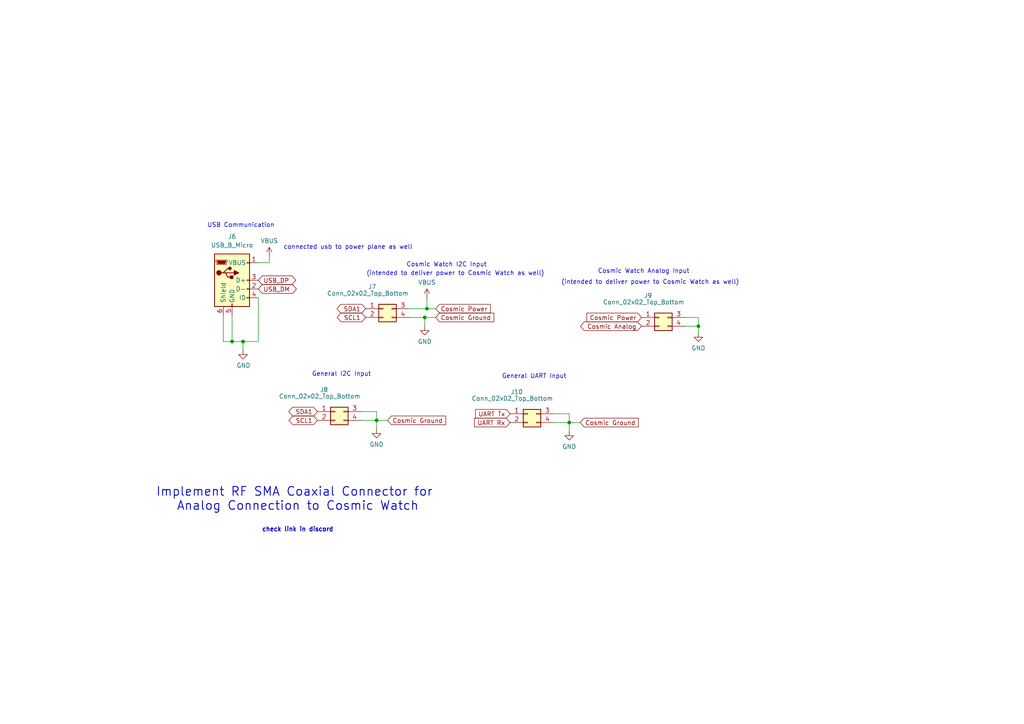
<source format=kicad_sch>
(kicad_sch (version 20250114) (generator "eeschema") (generator_version "9.0")
  (paper "A4")
  (lib_symbols
    (symbol "Connector:USB_B_Micro" (pin_names (offset 1.016))
      (property "Reference" "J2" (at 0 12.7 0))
      (property "Value" "USB_B_Micro" (at 0 10.16 0))
      (symbol "USB_B_Micro_0_1"
        (rectangle (start -5.08 -7.62) (end 5.08 7.62) (stroke (width 0.254)) (fill (type background)))
        (polyline (pts (xy -4.699 5.842) (xy -4.699 5.588) (xy -4.445 4.826) (xy -4.445 4.572) (xy -1.651 4.572) (xy -1.651 4.826) (xy -1.397 5.588) (xy -1.397 5.842) (xy -4.699 5.842)))
        (polyline (pts (xy -4.318 5.588) (xy -1.778 5.588) (xy -2.032 4.826) (xy -4.064 4.826) (xy -4.318 5.588)) (fill (type outline)))
        (circle (center -3.81 2.159) (radius 0.635) (stroke (width 0.254)) (fill (type outline)))
        (polyline (pts (xy -3.175 2.159) (xy -2.54 2.159) (xy -1.27 3.429) (xy -0.635 3.429)) (stroke (width 0.254)))
        (polyline (pts (xy -2.54 2.159) (xy -1.905 2.159) (xy -1.27 0.889) (xy 0 0.889)) (stroke (width 0.254)))
        (polyline (pts (xy -1.905 2.159) (xy 0.635 2.159)) (stroke (width 0.254)))
        (circle (center -0.635 3.429) (radius 0.381) (stroke (width 0.254)) (fill (type outline)))
        (rectangle (start -0.127 -7.62) (end 0.127 -6.858))
        (rectangle (start 0.254 1.27) (end -0.508 0.508) (stroke (width 0.254)) (fill (type outline)))
        (polyline (pts (xy 0.635 2.794) (xy 0.635 1.524) (xy 1.905 2.159) (xy 0.635 2.794)) (stroke (width 0.254)) (fill (type outline)))
        (rectangle (start 5.08 4.953) (end 4.318 5.207))
        (rectangle (start 5.08 -0.127) (end 4.318 0.127))
        (rectangle (start 5.08 -2.667) (end 4.318 -2.413))
        (rectangle (start 5.08 -5.207) (end 4.318 -4.953))
      )
      (symbol "USB_B_Micro_1_1"
        (pin passive line (at -2.54 -10.16 90) (length 2.54) (name "Shield") (number "6"))
        (pin power_out line (at 0 -10.16 90) (length 2.54) (name "GND") (number "5"))
        (pin power_out line (at 7.62 5.08 180) (length 2.54) (name "VBUS") (number "1"))
        (pin bidirectional line (at 7.62 0 180) (length 2.54) (name "D+") (number "3"))
        (pin bidirectional line (at 7.62 -2.54 180) (length 2.54) (name "D-") (number "2"))
        (pin passive line (at 7.62 -5.08 180) (length 2.54) (name "ID") (number "4"))
      )
    )
    (symbol "Connector_Generic:Conn_02x02_Top_Bottom" (pin_names (offset 1.016) (hide yes))
      (property "Reference" "J" (at 1.27 2.54 0))
      (property "Value" "Conn_02x02_Top_Bottom" (at 1.27 -5.08 0))
      (symbol "Conn_02x02_Top_Bottom_1_1"
        (rectangle (start -1.27 1.27) (end 3.81 -3.81) (stroke (width 0.254)) (fill (type background)))
        (rectangle (start -1.27 0.127) (end 0 -0.127) (stroke (width 0.1524)))
        (rectangle (start -1.27 -2.413) (end 0 -2.667) (stroke (width 0.1524)))
        (rectangle (start 3.81 0.127) (end 2.54 -0.127) (stroke (width 0.1524)))
        (rectangle (start 3.81 -2.413) (end 2.54 -2.667) (stroke (width 0.1524)))
        (pin passive line (at -5.08 0 0) (length 3.81) (name "Pin_1") (number "1"))
        (pin passive line (at -5.08 -2.54 0) (length 3.81) (name "Pin_2") (number "2"))
        (pin passive line (at 7.62 0 180) (length 3.81) (name "Pin_3") (number "3"))
        (pin passive line (at 7.62 -2.54 180) (length 3.81) (name "Pin_4") (number "4"))
      )
    )
    (symbol "power:GND" (power) (pin_numbers (hide yes)) (pin_names (offset 0) (hide yes))
      (property "Value" "GND" (at 0 -3.81 0))
      (symbol "GND_0_1"
        (polyline (pts (xy 0 0) (xy 0 -1.27) (xy 1.27 -1.27) (xy 0 -2.54) (xy -1.27 -1.27) (xy 0 -1.27)))
      )
      (symbol "GND_1_1"
        (pin power_in line (at 0 0 270) (length 0) (name "~") (number "1"))
      )
    )
    (symbol "power:VBUS" (power) (pin_numbers (hide yes)) (pin_names (offset 0) (hide yes))
      (property "Value" "VBUS" (at 0 3.556 0))
      (symbol "VBUS_0_1"
        (polyline (pts (xy -0.762 1.27) (xy 0 2.54)))
        (polyline (pts (xy 0 2.54) (xy 0.762 1.27)))
        (polyline (pts (xy 0 0) (xy 0 2.54)))
      )
      (symbol "VBUS_1_1"
        (pin power_in line (at 0 0 90) (length 0) (name "~") (number "1"))
      )
    )
  )
  (text "General UART Input" (at 154.94 109.22 0) (effects (font (size 1.27 1.27))))
  (text "(intended to deliver power to Cosmic Watch as well)" (at 188.595 81.915 0) (effects (font (size 1.27 1.27))))
  (text "Cosmic Watch Analog Input" (at 186.69 78.74 0) (effects (font (size 1.27 1.27))))
  (text "check link in discord" (at 86.36 153.67 0) (effects (font (size 1.27 1.27) (thickness 0.254) (bold yes))))
  (text "Cosmic Watch I2C Input" (at 129.54 76.835 0) (effects (font (size 1.27 1.27))))
  (text "(intended to deliver power to Cosmic Watch as well)" (at 132.08 79.375 0) (effects (font (size 1.27 1.27))))
  (text "USB Communication" (at 69.85 65.405 0) (effects (font (size 1.27 1.27))))
  (text "General I2C Input" (at 99.06 108.585 0) (effects (font (size 1.27 1.27))))
  (text "Implement RF SMA Coaxial Connector for \nAnalog Connection to Cosmic Watch" (at 86.36 144.78 0) (effects (font (size 2.54 2.54) (thickness 0.254) (bold yes))))
  (text "connected usb to power plane as well\n" (at 100.965 71.755 0) (effects (font (size 1.27 1.27))))
  (junction (at 123.19 92.075))
  (junction (at 67.31 99.06))
  (junction (at 165.1 122.555))
  (junction (at 70.485 99.06))
  (junction (at 109.22 121.92))
  (junction (at 123.825 89.535))
  (junction (at 202.565 94.615))
  (wire (pts (xy 64.77 99.06) (xy 67.31 99.06)))
  (wire (pts (xy 64.77 91.44) (xy 64.77 99.06)))
  (wire (pts (xy 160.655 122.555) (xy 165.1 122.555)))
  (wire (pts (xy 118.745 92.075) (xy 123.19 92.075)))
  (wire (pts (xy 109.22 119.38) (xy 109.22 121.92)))
  (wire (pts (xy 78.105 76.2) (xy 78.105 74.295)))
  (wire (pts (xy 123.19 92.075) (xy 123.19 94.615)))
  (wire (pts (xy 165.1 122.555) (xy 168.275 122.555)))
  (wire (pts (xy 198.755 94.615) (xy 202.565 94.615)))
  (wire (pts (xy 165.1 122.555) (xy 165.1 125.095)))
  (wire (pts (xy 109.22 121.92) (xy 109.22 124.46)))
  (wire (pts (xy 123.19 92.075) (xy 126.365 92.075)))
  (wire (pts (xy 67.31 99.06) (xy 70.485 99.06)))
  (wire (pts (xy 104.775 121.92) (xy 109.22 121.92)))
  (wire (pts (xy 74.93 86.36) (xy 74.93 99.06)))
  (wire (pts (xy 202.565 94.615) (xy 202.565 96.52)))
  (wire (pts (xy 109.22 121.92) (xy 112.395 121.92)))
  (wire (pts (xy 74.93 76.2) (xy 78.105 76.2)))
  (wire (pts (xy 70.485 99.06) (xy 70.485 101.6)))
  (wire (pts (xy 123.825 86.36) (xy 123.825 89.535)))
  (wire (pts (xy 198.755 92.075) (xy 202.565 92.075)))
  (wire (pts (xy 67.31 91.44) (xy 67.31 99.06)))
  (wire (pts (xy 118.745 89.535) (xy 123.825 89.535)))
  (wire (pts (xy 104.775 119.38) (xy 109.22 119.38)))
  (wire (pts (xy 160.655 120.015) (xy 165.1 120.015)))
  (wire (pts (xy 165.1 120.015) (xy 165.1 122.555)))
  (wire (pts (xy 123.825 89.535) (xy 126.365 89.535)))
  (wire (pts (xy 202.565 92.075) (xy 202.565 94.615)))
  (wire (pts (xy 70.485 99.06) (xy 74.93 99.06)))
  (global_label "UART Rx" (shape input) (at 147.955 122.555 180) (property "Intersheetrefs" "${INTERSHEET_REFS}" (effects (hide yes))))
  (global_label "Cosmic Analog" (shape bidirectional) (at 186.055 94.615 180) (property "Intersheetrefs" "${INTERSHEET_REFS}" (effects (hide yes))))
  (global_label "UART Tx" (shape input) (at 147.955 120.015 180) (property "Intersheetrefs" "${INTERSHEET_REFS}" (effects (hide yes))))
  (global_label "Cosmic Power" (shape input) (at 126.365 89.535 0) (property "Intersheetrefs" "${INTERSHEET_REFS}" (effects (hide yes))))
  (global_label "SDA1" (shape bidirectional) (at 106.045 89.535 180) (property "Intersheetrefs" "${INTERSHEET_REFS}" (effects (hide yes))))
  (global_label "USB_DP" (shape bidirectional) (at 74.93 81.28 0) (effects (font (thickness 0.1588))) (property "Intersheetrefs" "${INTERSHEET_REFS}" (effects (hide yes))))
  (global_label "USB_DM" (shape bidirectional) (at 74.93 83.82 0) (effects (font (thickness 0.1588))) (property "Intersheetrefs" "${INTERSHEET_REFS}" (effects (hide yes))))
  (global_label "SCL1" (shape bidirectional) (at 106.045 92.075 180) (property "Intersheetrefs" "${INTERSHEET_REFS}" (effects (hide yes))))
  (global_label "SDA1" (shape bidirectional) (at 92.075 119.38 180) (property "Intersheetrefs" "${INTERSHEET_REFS}" (effects (hide yes))))
  (global_label "SCL1" (shape bidirectional) (at 92.075 121.92 180) (property "Intersheetrefs" "${INTERSHEET_REFS}" (effects (hide yes))))
  (global_label "Cosmic Ground" (shape input) (at 112.395 121.92 0) (property "Intersheetrefs" "${INTERSHEET_REFS}" (effects (hide yes))))
  (global_label "Cosmic Ground" (shape input) (at 126.365 92.075 0) (property "Intersheetrefs" "${INTERSHEET_REFS}" (effects (hide yes))))
  (global_label "Cosmic Ground" (shape input) (at 168.275 122.555 0) (property "Intersheetrefs" "${INTERSHEET_REFS}" (effects (hide yes))))
  (global_label "Cosmic Power" (shape input) (at 186.055 92.075 180) (property "Intersheetrefs" "${INTERSHEET_REFS}" (effects (hide yes))))
  (symbol (lib_id "Connector:USB_B_Micro") (at 67.31 81.28 0) (unit 1)
    (property "Reference" "J6" (at 67.31 68.58 0))
    (property "Value" "USB_B_Micro" (at 67.31 71.12 0))
    (property "Footprint" "1my_footprints:microUSB" (effects (hide yes)))
    (property "Description" "USB Micro Type B connector" (effects (hide yes)))
  )
  (symbol (lib_id "power:GND") (at 70.485 101.6 0) (unit 1)
    (property "Reference" "#PWR0103" (effects (hide yes)))
    (property "Value" "GND" (at 70.612 105.9942 0))
  )
  (symbol (lib_id "power:GND") (at 202.565 96.52 0) (unit 1)
    (property "Reference" "#PWR014" (effects (hide yes)))
    (property "Value" "GND" (at 202.565 100.965 0))
    (property "Description" "Power symbol creates a global label with name \"GND\" , ground" (effects (hide yes)))
  )
  (symbol (lib_id "power:VBUS") (at 78.105 74.295 0) (unit 1)
    (property "Reference" "#PWR04" (effects (hide yes)))
    (property "Value" "VBUS" (at 78.105 69.85 0))
    (property "Description" "Power symbol creates a global label with name \"VBUS\"" (effects (hide yes)))
  )
  (symbol (lib_id "Connector_Generic:Conn_02x02_Top_Bottom") (at 153.035 120.015 0) (unit 1)
    (property "Reference" "J10" (at 149.86 113.665 0))
    (property "Value" "Conn_02x02_Top_Bottom" (at 148.59 115.57 0))
    (property "Footprint" "1my_footprints:CON4_2X2_UF_DF11_HIR" (effects (hide yes)))
    (property "Description" "Generic connector, double row, 02x02, top/bottom pin numbering scheme (row 1: 1...pins_per_row, row2: pins_per_row+1 ... num_pins), script generated (kicad-library-utils/schlib/autogen/connector/)" (effects (hide yes)))
  )
  (symbol (lib_id "power:GND") (at 109.22 124.46 0) (unit 1)
    (property "Reference" "#PWR015" (effects (hide yes)))
    (property "Value" "GND" (at 109.22 128.905 0))
    (property "Description" "Power symbol creates a global label with name \"GND\" , ground" (effects (hide yes)))
  )
  (symbol (lib_id "Connector_Generic:Conn_02x02_Top_Bottom") (at 191.135 92.075 0) (unit 1)
    (property "Reference" "J9" (at 187.96 85.725 0))
    (property "Value" "Conn_02x02_Top_Bottom" (at 186.69 87.63 0))
    (property "Footprint" "1my_footprints:CON4_2X2_UF_DF11_HIR" (effects (hide yes)))
    (property "Description" "Generic connector, double row, 02x02, top/bottom pin numbering scheme (row 1: 1...pins_per_row, row2: pins_per_row+1 ... num_pins), script generated (kicad-library-utils/schlib/autogen/connector/)" (effects (hide yes)))
  )
  (symbol (lib_id "Connector_Generic:Conn_02x02_Top_Bottom") (at 97.155 119.38 0) (unit 1)
    (property "Reference" "J8" (at 93.98 113.03 0))
    (property "Value" "Conn_02x02_Top_Bottom" (at 92.71 114.935 0))
    (property "Footprint" "1my_footprints:CON4_2X2_UF_DF11_HIR" (effects (hide yes)))
    (property "Description" "Generic connector, double row, 02x02, top/bottom pin numbering scheme (row 1: 1...pins_per_row, row2: pins_per_row+1 ... num_pins), script generated (kicad-library-utils/schlib/autogen/connector/)" (effects (hide yes)))
  )
  (symbol (lib_id "power:GND") (at 123.19 94.615 0) (unit 1)
    (property "Reference" "#PWR013" (effects (hide yes)))
    (property "Value" "GND" (at 123.19 99.06 0))
    (property "Description" "Power symbol creates a global label with name \"GND\" , ground" (effects (hide yes)))
  )
  (symbol (lib_id "Connector_Generic:Conn_02x02_Top_Bottom") (at 111.125 89.535 0) (unit 1)
    (property "Reference" "J7" (at 107.95 83.185 0))
    (property "Value" "Conn_02x02_Top_Bottom" (at 106.68 85.09 0))
    (property "Footprint" "1my_footprints:CON4_2X2_UF_DF11_HIR" (effects (hide yes)))
    (property "Description" "Generic connector, double row, 02x02, top/bottom pin numbering scheme (row 1: 1...pins_per_row, row2: pins_per_row+1 ... num_pins), script generated (kicad-library-utils/schlib/autogen/connector/)" (effects (hide yes)))
  )
  (symbol (lib_id "power:GND") (at 165.1 125.095 0) (unit 1)
    (property "Reference" "#PWR017" (effects (hide yes)))
    (property "Value" "GND" (at 165.1 129.54 0))
    (property "Description" "Power symbol creates a global label with name \"GND\" , ground" (effects (hide yes)))
  )
  (symbol (lib_id "power:VBUS") (at 123.825 86.36 0) (unit 1)
    (property "Reference" "#PWR09" (effects (hide yes)))
    (property "Value" "VBUS" (at 123.825 81.915 0))
    (property "Description" "Power symbol creates a global label with name \"VBUS\"" (effects (hide yes)))
  )
)
</source>
